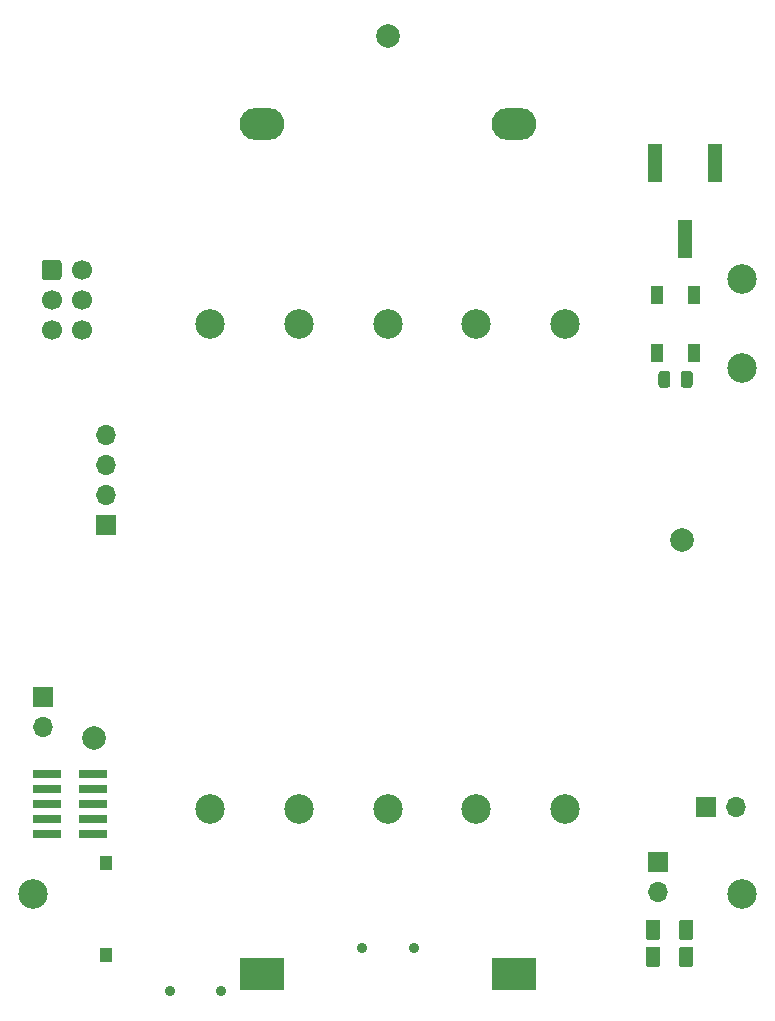
<source format=gts>
G04 #@! TF.GenerationSoftware,KiCad,Pcbnew,5.1.12-84ad8e8a86~92~ubuntu18.04.1*
G04 #@! TF.CreationDate,2022-01-20T14:35:06+01:00*
G04 #@! TF.ProjectId,pololu-3pi+-audio-expansion,706f6c6f-6c75-42d3-9370-692b2d617564,rev?*
G04 #@! TF.SameCoordinates,Original*
G04 #@! TF.FileFunction,Soldermask,Top*
G04 #@! TF.FilePolarity,Negative*
%FSLAX46Y46*%
G04 Gerber Fmt 4.6, Leading zero omitted, Abs format (unit mm)*
G04 Created by KiCad (PCBNEW 5.1.12-84ad8e8a86~92~ubuntu18.04.1) date 2022-01-20 14:35:06*
%MOMM*%
%LPD*%
G01*
G04 APERTURE LIST*
%ADD10C,2.000000*%
%ADD11R,1.190000X3.300000*%
%ADD12R,1.700000X1.700000*%
%ADD13O,1.700000X1.700000*%
%ADD14R,1.000000X1.250000*%
%ADD15C,0.900000*%
%ADD16C,2.500000*%
%ADD17O,3.800000X2.700000*%
%ADD18R,3.800000X2.700000*%
%ADD19R,1.000000X1.500000*%
%ADD20R,2.400000X0.740000*%
%ADD21C,1.700000*%
G04 APERTURE END LIST*
D10*
X57912000Y-44450000D03*
X8128000Y-61214000D03*
X33020000Y-1778000D03*
D11*
X60706000Y-12548000D03*
X58166000Y-18948000D03*
X55626000Y-12548000D03*
D12*
X9144000Y-43180000D03*
D13*
X9144000Y-40640000D03*
X9144000Y-38100000D03*
X9144000Y-35560000D03*
D14*
X9144000Y-79567000D03*
X9144000Y-71817000D03*
D15*
X14639000Y-82677000D03*
X18889000Y-82677000D03*
D16*
X18018760Y-26149300D03*
X25519380Y-26149300D03*
X33020000Y-26149300D03*
X40520620Y-26149300D03*
X48021240Y-26149300D03*
X63019940Y-22400260D03*
X63019940Y-29900880D03*
X3020060Y-74449940D03*
X63019940Y-74449940D03*
X48021240Y-67249040D03*
X40520620Y-67249040D03*
X33020000Y-67249040D03*
X25519380Y-67249040D03*
X18018760Y-67249040D03*
D17*
X22352000Y-9212000D03*
D18*
X22352000Y-81212000D03*
X43688000Y-81212000D03*
D17*
X43688000Y-9212000D03*
G36*
G01*
X55954000Y-31336000D02*
X55954000Y-30386000D01*
G75*
G02*
X56204000Y-30136000I250000J0D01*
G01*
X56704000Y-30136000D01*
G75*
G02*
X56954000Y-30386000I0J-250000D01*
G01*
X56954000Y-31336000D01*
G75*
G02*
X56704000Y-31586000I-250000J0D01*
G01*
X56204000Y-31586000D01*
G75*
G02*
X55954000Y-31336000I0J250000D01*
G01*
G37*
G36*
G01*
X57854000Y-31336000D02*
X57854000Y-30386000D01*
G75*
G02*
X58104000Y-30136000I250000J0D01*
G01*
X58604000Y-30136000D01*
G75*
G02*
X58854000Y-30386000I0J-250000D01*
G01*
X58854000Y-31336000D01*
G75*
G02*
X58604000Y-31586000I-250000J0D01*
G01*
X58104000Y-31586000D01*
G75*
G02*
X57854000Y-31336000I0J250000D01*
G01*
G37*
D19*
X59004000Y-23712000D03*
X55804000Y-23712000D03*
X59004000Y-28612000D03*
X55804000Y-28612000D03*
G36*
G01*
X57671000Y-78095000D02*
X57671000Y-76845000D01*
G75*
G02*
X57921000Y-76595000I250000J0D01*
G01*
X58671000Y-76595000D01*
G75*
G02*
X58921000Y-76845000I0J-250000D01*
G01*
X58921000Y-78095000D01*
G75*
G02*
X58671000Y-78345000I-250000J0D01*
G01*
X57921000Y-78345000D01*
G75*
G02*
X57671000Y-78095000I0J250000D01*
G01*
G37*
G36*
G01*
X54871000Y-78095000D02*
X54871000Y-76845000D01*
G75*
G02*
X55121000Y-76595000I250000J0D01*
G01*
X55871000Y-76595000D01*
G75*
G02*
X56121000Y-76845000I0J-250000D01*
G01*
X56121000Y-78095000D01*
G75*
G02*
X55871000Y-78345000I-250000J0D01*
G01*
X55121000Y-78345000D01*
G75*
G02*
X54871000Y-78095000I0J250000D01*
G01*
G37*
G36*
G01*
X54871000Y-80381000D02*
X54871000Y-79131000D01*
G75*
G02*
X55121000Y-78881000I250000J0D01*
G01*
X55871000Y-78881000D01*
G75*
G02*
X56121000Y-79131000I0J-250000D01*
G01*
X56121000Y-80381000D01*
G75*
G02*
X55871000Y-80631000I-250000J0D01*
G01*
X55121000Y-80631000D01*
G75*
G02*
X54871000Y-80381000I0J250000D01*
G01*
G37*
G36*
G01*
X57671000Y-80381000D02*
X57671000Y-79131000D01*
G75*
G02*
X57921000Y-78881000I250000J0D01*
G01*
X58671000Y-78881000D01*
G75*
G02*
X58921000Y-79131000I0J-250000D01*
G01*
X58921000Y-80381000D01*
G75*
G02*
X58671000Y-80631000I-250000J0D01*
G01*
X57921000Y-80631000D01*
G75*
G02*
X57671000Y-80381000I0J250000D01*
G01*
G37*
D20*
X4146000Y-64262000D03*
X8046000Y-64262000D03*
X4146000Y-65532000D03*
X8046000Y-65532000D03*
X4146000Y-66802000D03*
X8046000Y-66802000D03*
X4146000Y-68072000D03*
X8046000Y-68072000D03*
X4146000Y-69342000D03*
X8046000Y-69342000D03*
D15*
X35220000Y-78994000D03*
X30820000Y-78994000D03*
D13*
X55880000Y-74295000D03*
D12*
X55880000Y-71755000D03*
X3810000Y-57785000D03*
D13*
X3810000Y-60325000D03*
G36*
G01*
X3722000Y-22190000D02*
X3722000Y-20990000D01*
G75*
G02*
X3972000Y-20740000I250000J0D01*
G01*
X5172000Y-20740000D01*
G75*
G02*
X5422000Y-20990000I0J-250000D01*
G01*
X5422000Y-22190000D01*
G75*
G02*
X5172000Y-22440000I-250000J0D01*
G01*
X3972000Y-22440000D01*
G75*
G02*
X3722000Y-22190000I0J250000D01*
G01*
G37*
D21*
X4572000Y-24130000D03*
X4572000Y-26670000D03*
X7112000Y-21590000D03*
X7112000Y-24130000D03*
X7112000Y-26670000D03*
D12*
X59944000Y-67056000D03*
D13*
X62484000Y-67056000D03*
M02*

</source>
